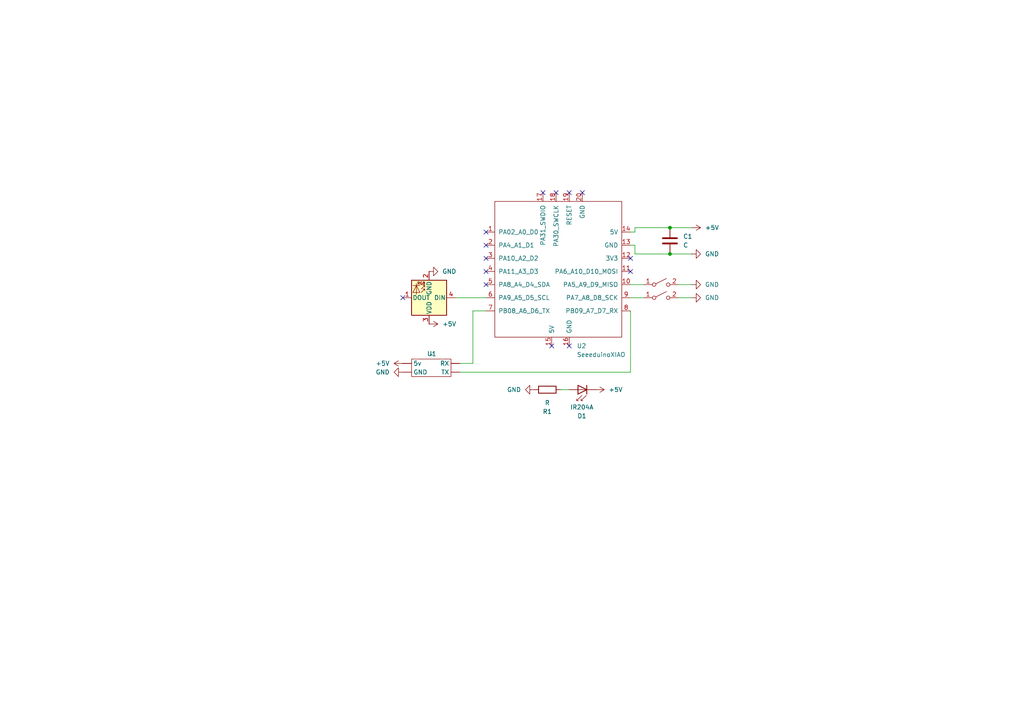
<source format=kicad_sch>
(kicad_sch (version 20231120) (generator "eeschema") (generator_version "8.0")
  (paper "A4")
  (lib_symbols
    (symbol "CUSTOM:ELRS_RX"
      (property "Reference" "U" (at 0.508 -1.016 0))
      (symbol "ELRS_RX_0_1"
        (rectangle (start 0 -2.54) (end 11.43 -7.62))
      )
      (symbol "ELRS_RX_1_1"
        (pin power_in line (at -2.54 -3.81 0) (length 2.54) (name "5v") (number ""))
        (pin power_in line (at -2.54 -6.35 0) (length 2.54) (name "GND") (number ""))
        (pin input line (at 13.97 -3.81 180) (length 2.54) (name "RX") (number ""))
        (pin output line (at 13.97 -6.35 180) (length 2.54) (name "TX") (number ""))
      )
    )
    (symbol "CUSTOM:SeeeduinoXIAO" (pin_names (offset 1.016))
      (property "Reference" "U" (at -19.05 22.86 0))
      (property "Value" "SeeeduinoXIAO" (at -12.7 21.59 0))
      (symbol "SeeeduinoXIAO_0_1"
        (rectangle (start -19.05 20.32) (end 17.78 -19.05))
      )
      (symbol "SeeeduinoXIAO_1_1"
        (pin unspecified line (at -21.59 11.43 0) (length 2.54) (name "PA02_A0_D0") (number "1"))
        (pin unspecified line (at 20.32 -3.81 180) (length 2.54) (name "PA5_A9_D9_MISO") (number "10"))
        (pin unspecified line (at 20.32 0 180) (length 2.54) (name "PA6_A10_D10_MOSI") (number "11"))
        (pin unspecified line (at 20.32 3.81 180) (length 2.54) (name "3V3") (number "12"))
        (pin unspecified line (at 20.32 7.62 180) (length 2.54) (name "GND") (number "13"))
        (pin unspecified line (at 20.32 11.43 180) (length 2.54) (name "5V") (number "14"))
        (pin input line (at -2.54 -21.59 90) (length 2.54) (name "5V") (number "15"))
        (pin input line (at 2.54 -21.59 90) (length 2.54) (name "GND") (number "16"))
        (pin input line (at -5.08 22.86 270) (length 2.54) (name "PA31_SWDIO") (number "17"))
        (pin input line (at -1.27 22.86 270) (length 2.54) (name "PA30_SWCLK") (number "18"))
        (pin input line (at 2.54 22.86 270) (length 2.54) (name "RESET") (number "19"))
        (pin unspecified line (at -21.59 7.62 0) (length 2.54) (name "PA4_A1_D1") (number "2"))
        (pin input line (at 6.35 22.86 270) (length 2.54) (name "GND") (number "20"))
        (pin unspecified line (at -21.59 3.81 0) (length 2.54) (name "PA10_A2_D2") (number "3"))
        (pin unspecified line (at -21.59 0 0) (length 2.54) (name "PA11_A3_D3") (number "4"))
        (pin unspecified line (at -21.59 -3.81 0) (length 2.54) (name "PA8_A4_D4_SDA") (number "5"))
        (pin unspecified line (at -21.59 -7.62 0) (length 2.54) (name "PA9_A5_D5_SCL") (number "6"))
        (pin unspecified line (at -21.59 -11.43 0) (length 2.54) (name "PB08_A6_D6_TX") (number "7"))
        (pin unspecified line (at 20.32 -11.43 180) (length 2.54) (name "PB09_A7_D7_RX") (number "8"))
        (pin unspecified line (at 20.32 -7.62 180) (length 2.54) (name "PA7_A8_D8_SCK") (number "9"))
      )
    )
    (symbol "Device:C" (pin_numbers hide) (pin_names (offset 0.254))
      (property "Reference" "C" (at 0.635 2.54 0))
      (property "Value" "C" (at 0.635 -2.54 0))
      (symbol "C_0_1"
        (polyline (pts (xy -2.032 -0.762) (xy 2.032 -0.762)) (stroke (width 0.508)))
        (polyline (pts (xy -2.032 0.762) (xy 2.032 0.762)) (stroke (width 0.508)))
      )
      (symbol "C_1_1"
        (pin passive line (at 0 3.81 270) (length 2.794) (name "~") (number "1"))
        (pin passive line (at 0 -3.81 90) (length 2.794) (name "~") (number "2"))
      )
    )
    (symbol "Device:R" (pin_numbers hide) (pin_names (offset 0))
      (property "Reference" "R" (at 2.032 0 90))
      (property "Value" "R" (at 0 0 90))
      (symbol "R_0_1"
        (rectangle (start -1.016 -2.54) (end 1.016 2.54) (stroke (width 0.254)))
      )
      (symbol "R_1_1"
        (pin passive line (at 0 3.81 270) (length 1.27) (name "~") (number "1"))
        (pin passive line (at 0 -3.81 90) (length 1.27) (name "~") (number "2"))
      )
    )
    (symbol "LED:IR204A" (pin_numbers hide) (pin_names (offset 1.016) hide)
      (property "Reference" "D" (at 0.508 1.778 0))
      (property "Value" "IR204A" (at -1.016 -2.794 0))
      (symbol "IR204A_0_1"
        (polyline (pts (xy -2.54 1.27) (xy -2.54 -1.27)) (stroke (width 0.254)))
        (polyline (pts (xy 0 0) (xy -2.54 0)))
        (polyline (pts (xy 0.381 3.175) (xy -0.127 3.175)))
        (polyline (pts (xy -1.143 1.651) (xy 0.381 3.175) (xy 0.381 2.667)))
        (polyline (pts (xy 0 1.27) (xy -2.54 0) (xy 0 -1.27) (xy 0 1.27)) (stroke (width 0.254)))
        (polyline (pts (xy -2.413 1.651) (xy -0.889 3.175) (xy -0.889 2.667) (xy -0.889 3.175) (xy -1.397 3.175)))
      )
      (symbol "IR204A_1_1"
        (pin passive line (at -5.08 0 0) (length 2.54) (name "K") (number "1"))
        (pin passive line (at 2.54 0 180) (length 2.54) (name "A") (number "2"))
      )
    )
    (symbol "LED:NeoPixel_THT" (pin_names (offset 0.254))
      (property "Reference" "D" (at 5.08 5.715 0))
      (property "Value" "NeoPixel_THT" (at 1.27 -5.715 0))
      (symbol "NeoPixel_THT_0_0"
        (text "RGB" (at 2.286 -4.191 0) (effects (font (size 0.762 0.762))))
      )
      (symbol "NeoPixel_THT_0_1"
        (polyline (pts (xy 1.27 -3.556) (xy 1.778 -3.556)))
        (polyline (pts (xy 1.27 -2.54) (xy 1.778 -2.54)))
        (polyline (pts (xy 4.699 -3.556) (xy 2.667 -3.556)))
        (polyline (pts (xy 2.286 -2.54) (xy 1.27 -3.556) (xy 1.27 -3.048)))
        (polyline (pts (xy 2.286 -1.524) (xy 1.27 -2.54) (xy 1.27 -2.032)))
        (polyline (pts (xy 3.683 -1.016) (xy 3.683 -3.556) (xy 3.683 -4.064)))
        (polyline (pts (xy 4.699 -1.524) (xy 2.667 -1.524) (xy 3.683 -3.556) (xy 4.699 -1.524)))
        (rectangle (start 5.08 5.08) (end -5.08 -5.08) (stroke (width 0.254)) (fill (type background)))
      )
      (symbol "NeoPixel_THT_1_1"
        (pin output line (at 7.62 0 180) (length 2.54) (name "DOUT") (number "1"))
        (pin power_in line (at 0 -7.62 90) (length 2.54) (name "GND") (number "2"))
        (pin power_in line (at 0 7.62 270) (length 2.54) (name "VDD") (number "3"))
        (pin input line (at -7.62 0 0) (length 2.54) (name "DIN") (number "4"))
      )
    )
    (symbol "Switch:SW_SPST" (pin_names (offset 0) hide)
      (property "Reference" "SW" (at 0 3.175 0))
      (property "Value" "SW_SPST" (at 0 -2.54 0))
      (symbol "SW_SPST_0_0"
        (circle (center -2.032 0) (radius 0.508))
        (polyline (pts (xy -1.524 0.254) (xy 1.524 1.778)))
        (circle (center 2.032 0) (radius 0.508))
      )
      (symbol "SW_SPST_1_1"
        (pin passive line (at -5.08 0 0) (length 2.54) (name "A") (number "1"))
        (pin passive line (at 5.08 0 180) (length 2.54) (name "B") (number "2"))
      )
    )
    (symbol "power:+5V" (power) (pin_numbers hide) (pin_names (offset 0) hide)
      (property "Value" "+5V" (at 0 3.556 0))
      (symbol "+5V_0_1"
        (polyline (pts (xy -0.762 1.27) (xy 0 2.54)))
        (polyline (pts (xy 0 0) (xy 0 2.54)))
        (polyline (pts (xy 0 2.54) (xy 0.762 1.27)))
      )
      (symbol "+5V_1_1"
        (pin power_in line (at 0 0 90) (length 0) (name "~") (number "1"))
      )
    )
    (symbol "power:GND" (power) (pin_numbers hide) (pin_names (offset 0) hide)
      (property "Value" "GND" (at 0 -3.81 0))
      (symbol "GND_0_1"
        (polyline (pts (xy 0 0) (xy 0 -1.27) (xy 1.27 -1.27) (xy 0 -2.54) (xy -1.27 -1.27) (xy 0 -1.27)))
      )
      (symbol "GND_1_1"
        (pin power_in line (at 0 0 270) (length 0) (name "~") (number "1"))
      )
    )
  )
  (junction (at 194.31 73.66))
  (junction (at 194.31 66.04))
  (no_connect (at 165.1 55.88))
  (no_connect (at 161.29 55.88))
  (no_connect (at 140.97 78.74))
  (no_connect (at 157.48 55.88))
  (no_connect (at 140.97 74.93))
  (no_connect (at 160.02 100.33))
  (no_connect (at 182.88 78.74))
  (no_connect (at 165.1 100.33))
  (no_connect (at 140.97 71.12))
  (no_connect (at 182.88 74.93))
  (no_connect (at 140.97 82.55))
  (no_connect (at 116.84 86.36))
  (no_connect (at 168.91 55.88))
  (no_connect (at 140.97 67.31))
  (wire (pts (xy 194.31 73.66) (xy 184.15 73.66)))
  (wire (pts (xy 165.1 113.03) (xy 162.56 113.03)))
  (wire (pts (xy 196.85 86.36) (xy 200.66 86.36)))
  (wire (pts (xy 182.88 82.55) (xy 186.69 82.55)))
  (wire (pts (xy 184.15 67.31) (xy 182.88 67.31)))
  (wire (pts (xy 137.16 90.17) (xy 140.97 90.17)))
  (wire (pts (xy 182.88 86.36) (xy 186.69 86.36)))
  (wire (pts (xy 133.35 105.41) (xy 137.16 105.41)))
  (wire (pts (xy 132.08 86.36) (xy 140.97 86.36)))
  (wire (pts (xy 196.85 82.55) (xy 200.66 82.55)))
  (wire (pts (xy 194.31 66.04) (xy 184.15 66.04)))
  (wire (pts (xy 184.15 71.12) (xy 182.88 71.12)))
  (wire (pts (xy 184.15 66.04) (xy 184.15 67.31)))
  (wire (pts (xy 182.88 107.95) (xy 182.88 90.17)))
  (wire (pts (xy 137.16 105.41) (xy 137.16 90.17)))
  (wire (pts (xy 200.66 66.04) (xy 194.31 66.04)))
  (wire (pts (xy 184.15 73.66) (xy 184.15 71.12)))
  (wire (pts (xy 133.35 107.95) (xy 182.88 107.95)))
  (wire (pts (xy 200.66 73.66) (xy 194.31 73.66)))
  (symbol (lib_id "power:+5V") (at 116.84 105.41 90) (unit 1)
    (property "Reference" "#PWR010" (effects (hide yes)))
    (property "Value" "+5V" (at 113.03 105.4099 90) (effects (justify left)))
    (property "Description" "Power symbol creates a global label with name \"+5V\"" (effects (hide yes)))
  )
  (symbol (lib_id "LED:NeoPixel_THT") (at 124.46 86.36 180) (unit 1)
    (property "Reference" "D2" (effects (hide yes)))
    (property "Value" "NeoPixel_THT" (effects (hide yes)))
    (property "Datasheet" "https://www.adafruit.com/product/1938" (effects (hide yes)))
    (property "Description" "RGB LED with integrated controller, 5mm/8mm LED package" (effects (hide yes)))
  )
  (symbol (lib_id "power:+5V") (at 200.66 66.04 270) (unit 1)
    (property "Reference" "#PWR02" (effects (hide yes)))
    (property "Value" "+5V" (at 204.47 66.0399 90) (effects (justify left)))
    (property "Description" "Power symbol creates a global label with name \"+5V\"" (effects (hide yes)))
  )
  (symbol (lib_id "Device:R") (at 158.75 113.03 270) (unit 1)
    (property "Reference" "R1" (at 158.75 119.38 90))
    (property "Value" "R" (at 158.75 116.84 90))
    (property "Description" "Resistor" (effects (hide yes)))
  )
  (symbol (lib_id "LED:IR204A") (at 167.64 113.03 180) (unit 1)
    (property "Reference" "D1" (at 168.783 120.65 0))
    (property "Value" "IR204A" (at 168.783 118.11 0))
    (property "Footprint" "LED_THT:LED_D3.0mm_IRBlack" (effects (hide yes)))
    (property "Datasheet" "http://www.everlight.com/file/ProductFile/IR204-A.pdf" (effects (hide yes)))
    (property "Description" "Infrared LED , 3mm LED package" (effects (hide yes)))
  )
  (symbol (lib_id "CUSTOM:ELRS_RX") (at 119.38 101.6 0) (unit 1)
    (property "Reference" "U1" (at 125.222 102.616 0))
    (property "Value" "~" (at 125.095 102.87 0))
  )
  (symbol (lib_id "power:GND") (at 116.84 107.95 270) (unit 1)
    (property "Reference" "#PWR09" (effects (hide yes)))
    (property "Value" "GND" (at 113.03 107.9499 90) (effects (justify right)))
    (property "Description" "Power symbol creates a global label with name \"GND\" , ground" (effects (hide yes)))
  )
  (symbol (lib_id "power:GND") (at 200.66 73.66 90) (unit 1)
    (property "Reference" "#PWR01" (effects (hide yes)))
    (property "Value" "GND" (at 204.47 73.6599 90) (effects (justify right)))
    (property "Description" "Power symbol creates a global label with name \"GND\" , ground" (effects (hide yes)))
  )
  (symbol (lib_id "power:GND") (at 200.66 82.55 90) (unit 1)
    (property "Reference" "#PWR03" (effects (hide yes)))
    (property "Value" "GND" (at 204.47 82.5499 90) (effects (justify right)))
    (property "Description" "Power symbol creates a global label with name \"GND\" , ground" (effects (hide yes)))
  )
  (symbol (lib_id "power:GND") (at 124.46 78.74 90) (unit 1)
    (property "Reference" "#PWR07" (effects (hide yes)))
    (property "Value" "GND" (at 128.27 78.7399 90) (effects (justify right)))
    (property "Description" "Power symbol creates a global label with name \"GND\" , ground" (effects (hide yes)))
  )
  (symbol (lib_id "CUSTOM:SeeeduinoXIAO") (at 162.56 78.74 0) (unit 1)
    (property "Reference" "U2" (at 167.2941 100.33 0) (effects (justify left)))
    (property "Value" "SeeeduinoXIAO" (at 167.2941 102.87 0) (effects (justify left)))
  )
  (symbol (lib_id "power:+5V") (at 172.72 113.03 270) (unit 1)
    (property "Reference" "#PWR05" (effects (hide yes)))
    (property "Value" "+5V" (at 176.53 113.0299 90) (effects (justify left)))
    (property "Description" "Power symbol creates a global label with name \"+5V\"" (effects (hide yes)))
  )
  (symbol (lib_id "power:GND") (at 200.66 86.36 90) (unit 1)
    (property "Reference" "#PWR04" (effects (hide yes)))
    (property "Value" "GND" (at 204.47 86.3599 90) (effects (justify right)))
    (property "Description" "Power symbol creates a global label with name \"GND\" , ground" (effects (hide yes)))
  )
  (symbol (lib_id "power:GND") (at 154.94 113.03 270) (unit 1)
    (property "Reference" "#PWR06" (effects (hide yes)))
    (property "Value" "GND" (at 151.13 113.0299 90) (effects (justify right)))
    (property "Description" "Power symbol creates a global label with name \"GND\" , ground" (effects (hide yes)))
  )
  (symbol (lib_id "Switch:SW_SPST") (at 191.77 82.55 0) (unit 1)
    (property "Reference" "SW1" (effects (hide yes)))
    (property "Value" "SW_SPST" (effects (hide yes)))
    (property "Description" "Single Pole Single Throw (SPST) switch" (effects (hide yes)))
  )
  (symbol (lib_id "Device:C") (at 194.31 69.85 180) (unit 1)
    (property "Reference" "C1" (at 198.12 68.5799 0) (effects (justify right)))
    (property "Value" "C" (at 198.12 71.1199 0) (effects (justify right)))
    (property "Description" "Unpolarized capacitor" (effects (hide yes)))
  )
  (symbol (lib_id "Switch:SW_SPST") (at 191.77 86.36 0) (unit 1)
    (property "Reference" "SW2" (effects (hide yes)))
    (property "Value" "SW_SPST" (effects (hide yes)))
    (property "Description" "Single Pole Single Throw (SPST) switch" (effects (hide yes)))
  )
  (symbol (lib_id "power:+5V") (at 124.46 93.98 270) (unit 1)
    (property "Reference" "#PWR08" (effects (hide yes)))
    (property "Value" "+5V" (at 128.27 93.9799 90) (effects (justify left)))
    (property "Description" "Power symbol creates a global label with name \"+5V\"" (effects (hide yes)))
  )
)
</source>
